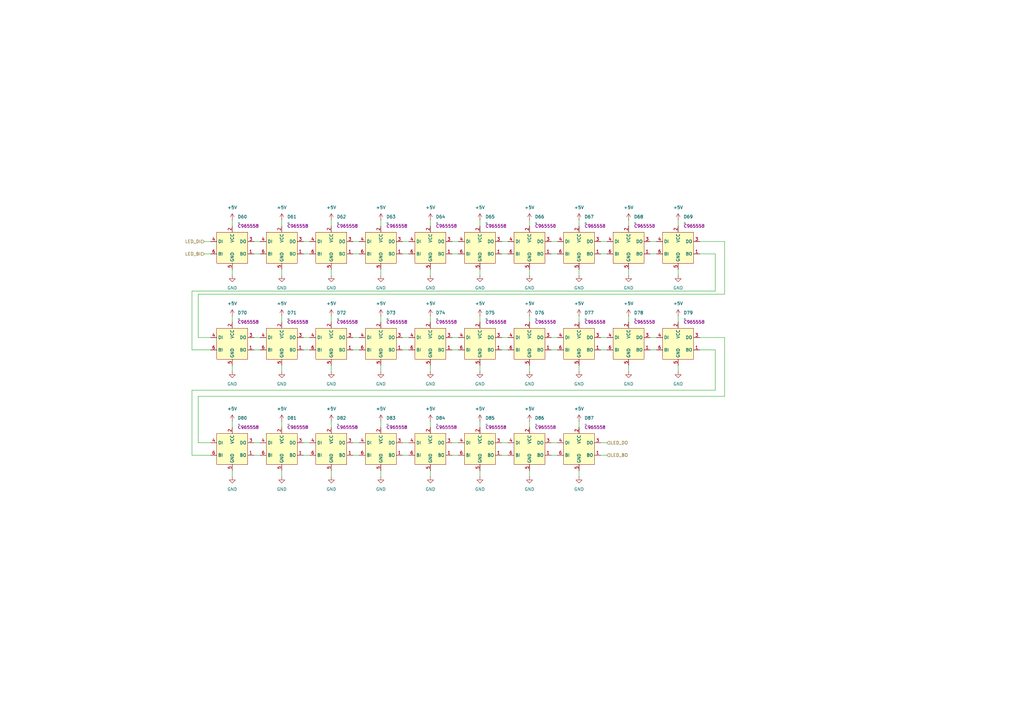
<source format=kicad_sch>
(kicad_sch (version 20231120) (generator "eeschema") (generator_version "8.0")
  (paper "A3")
  (lib_symbols
    (symbol "ProjectSymbols:WS2813B-5V"
      (property "Reference" "D" (at 7.366 9.144 0))
      (property "LCSC" "C965558" (at 0 0 0))
      (symbol "WS2813B-5V_0_0"
        (pin unspecified line (at 8.89 -2.54 180) (length 2.54) (name "BO") (number "1"))
        (pin unspecified line (at 0 8.89 270) (length 2.54) (name "VCC") (number "2"))
        (pin unspecified line (at 8.89 2.54 180) (length 2.54) (name "DO") (number "3"))
        (pin unspecified line (at -8.89 2.54 0) (length 2.54) (name "DI") (number "4"))
        (pin unspecified line (at 0 -8.89 90) (length 2.54) (name "GND") (number "5"))
        (pin unspecified line (at -8.89 -2.54 0) (length 2.54) (name "BI") (number "6"))
      )
      (symbol "WS2813B-5V_1_1"
        (rectangle (start -6.35 6.35) (end 6.35 -6.35) (fill (type background)))
      )
    )
    (symbol "power:+5V" (power) (pin_numbers hide) (pin_names (offset 0) hide)
      (property "Value" "+5V" (at 0 3.556 0))
      (symbol "+5V_0_1"
        (polyline (pts (xy -0.762 1.27) (xy 0 2.54)))
        (polyline (pts (xy 0 0) (xy 0 2.54)))
        (polyline (pts (xy 0 2.54) (xy 0.762 1.27)))
      )
      (symbol "+5V_1_1"
        (pin power_in line (at 0 0 90) (length 0) (name "~") (number "1"))
      )
    )
    (symbol "power:GND" (power) (pin_numbers hide) (pin_names (offset 0) hide)
      (property "Value" "GND" (at 0 -3.81 0))
      (symbol "GND_0_1"
        (polyline (pts (xy 0 0) (xy 0 -1.27) (xy 1.27 -1.27) (xy 0 -2.54) (xy -1.27 -1.27) (xy 0 -1.27)))
      )
      (symbol "GND_1_1"
        (pin power_in line (at 0 0 270) (length 0) (name "~") (number "1"))
      )
    )
  )
  (wire (pts (xy 257.81 110.49) (xy 257.81 113.03)))
  (wire (pts (xy 185.42 181.61) (xy 187.96 181.61)))
  (wire (pts (xy 185.42 138.43) (xy 187.96 138.43)))
  (wire (pts (xy 135.89 90.17) (xy 135.89 92.71)))
  (wire (pts (xy 237.49 149.86) (xy 237.49 152.4)))
  (wire (pts (xy 135.89 110.49) (xy 135.89 113.03)))
  (wire (pts (xy 176.53 129.54) (xy 176.53 132.08)))
  (wire (pts (xy 104.14 143.51) (xy 106.68 143.51)))
  (wire (pts (xy 95.25 110.49) (xy 95.25 113.03)))
  (wire (pts (xy 165.1 138.43) (xy 167.64 138.43)))
  (wire (pts (xy 257.81 90.17) (xy 257.81 92.71)))
  (wire (pts (xy 86.36 186.69) (xy 78.74 186.69)))
  (wire (pts (xy 297.18 162.56) (xy 81.28 162.56)))
  (wire (pts (xy 237.49 193.04) (xy 237.49 195.58)))
  (wire (pts (xy 246.38 186.69) (xy 248.92 186.69)))
  (wire (pts (xy 237.49 110.49) (xy 237.49 113.03)))
  (wire (pts (xy 293.37 143.51) (xy 287.02 143.51)))
  (wire (pts (xy 165.1 186.69) (xy 167.64 186.69)))
  (wire (pts (xy 165.1 143.51) (xy 167.64 143.51)))
  (wire (pts (xy 104.14 181.61) (xy 106.68 181.61)))
  (wire (pts (xy 115.57 193.04) (xy 115.57 195.58)))
  (wire (pts (xy 176.53 110.49) (xy 176.53 113.03)))
  (wire (pts (xy 185.42 104.14) (xy 187.96 104.14)))
  (wire (pts (xy 124.46 104.14) (xy 127 104.14)))
  (wire (pts (xy 104.14 104.14) (xy 106.68 104.14)))
  (wire (pts (xy 144.78 181.61) (xy 147.32 181.61)))
  (wire (pts (xy 95.25 90.17) (xy 95.25 92.71)))
  (wire (pts (xy 124.46 138.43) (xy 127 138.43)))
  (wire (pts (xy 156.21 193.04) (xy 156.21 195.58)))
  (wire (pts (xy 278.13 149.86) (xy 278.13 152.4)))
  (wire (pts (xy 144.78 99.06) (xy 147.32 99.06)))
  (wire (pts (xy 297.18 120.65) (xy 81.28 120.65)))
  (wire (pts (xy 257.81 149.86) (xy 257.81 152.4)))
  (wire (pts (xy 226.06 138.43) (xy 228.6 138.43)))
  (wire (pts (xy 226.06 186.69) (xy 228.6 186.69)))
  (wire (pts (xy 144.78 143.51) (xy 147.32 143.51)))
  (wire (pts (xy 124.46 186.69) (xy 127 186.69)))
  (wire (pts (xy 278.13 90.17) (xy 278.13 92.71)))
  (wire (pts (xy 287.02 138.43) (xy 297.18 138.43)))
  (wire (pts (xy 196.85 172.72) (xy 196.85 175.26)))
  (wire (pts (xy 196.85 90.17) (xy 196.85 92.71)))
  (wire (pts (xy 278.13 110.49) (xy 278.13 113.03)))
  (wire (pts (xy 196.85 149.86) (xy 196.85 152.4)))
  (wire (pts (xy 217.17 193.04) (xy 217.17 195.58)))
  (wire (pts (xy 293.37 119.38) (xy 293.37 104.14)))
  (wire (pts (xy 104.14 138.43) (xy 106.68 138.43)))
  (wire (pts (xy 237.49 172.72) (xy 237.49 175.26)))
  (wire (pts (xy 176.53 149.86) (xy 176.53 152.4)))
  (wire (pts (xy 156.21 90.17) (xy 156.21 92.71)))
  (wire (pts (xy 165.1 181.61) (xy 167.64 181.61)))
  (wire (pts (xy 124.46 181.61) (xy 127 181.61)))
  (wire (pts (xy 217.17 110.49) (xy 217.17 113.03)))
  (wire (pts (xy 156.21 129.54) (xy 156.21 132.08)))
  (wire (pts (xy 205.74 138.43) (xy 208.28 138.43)))
  (wire (pts (xy 217.17 172.72) (xy 217.17 175.26)))
  (wire (pts (xy 257.81 129.54) (xy 257.81 132.08)))
  (wire (pts (xy 115.57 110.49) (xy 115.57 113.03)))
  (wire (pts (xy 176.53 193.04) (xy 176.53 195.58)))
  (wire (pts (xy 115.57 129.54) (xy 115.57 132.08)))
  (wire (pts (xy 144.78 138.43) (xy 147.32 138.43)))
  (wire (pts (xy 144.78 186.69) (xy 147.32 186.69)))
  (wire (pts (xy 246.38 99.06) (xy 248.92 99.06)))
  (wire (pts (xy 176.53 172.72) (xy 176.53 175.26)))
  (wire (pts (xy 86.36 143.51) (xy 78.74 143.51)))
  (wire (pts (xy 266.7 143.51) (xy 269.24 143.51)))
  (wire (pts (xy 278.13 129.54) (xy 278.13 132.08)))
  (wire (pts (xy 135.89 172.72) (xy 135.89 175.26)))
  (wire (pts (xy 297.18 138.43) (xy 297.18 162.56)))
  (wire (pts (xy 217.17 149.86) (xy 217.17 152.4)))
  (wire (pts (xy 226.06 181.61) (xy 228.6 181.61)))
  (wire (pts (xy 144.78 104.14) (xy 147.32 104.14)))
  (wire (pts (xy 287.02 99.06) (xy 297.18 99.06)))
  (wire (pts (xy 297.18 99.06) (xy 297.18 120.65)))
  (wire (pts (xy 83.82 99.06) (xy 86.36 99.06)))
  (wire (pts (xy 95.25 149.86) (xy 95.25 152.4)))
  (wire (pts (xy 185.42 99.06) (xy 187.96 99.06)))
  (wire (pts (xy 81.28 181.61) (xy 86.36 181.61)))
  (wire (pts (xy 115.57 90.17) (xy 115.57 92.71)))
  (wire (pts (xy 78.74 160.02) (xy 293.37 160.02)))
  (wire (pts (xy 104.14 186.69) (xy 106.68 186.69)))
  (wire (pts (xy 124.46 143.51) (xy 127 143.51)))
  (wire (pts (xy 246.38 143.51) (xy 248.92 143.51)))
  (wire (pts (xy 78.74 119.38) (xy 293.37 119.38)))
  (wire (pts (xy 266.7 138.43) (xy 269.24 138.43)))
  (wire (pts (xy 104.14 99.06) (xy 106.68 99.06)))
  (wire (pts (xy 95.25 129.54) (xy 95.25 132.08)))
  (wire (pts (xy 115.57 172.72) (xy 115.57 175.26)))
  (wire (pts (xy 196.85 129.54) (xy 196.85 132.08)))
  (wire (pts (xy 185.42 143.51) (xy 187.96 143.51)))
  (wire (pts (xy 83.82 104.14) (xy 86.36 104.14)))
  (wire (pts (xy 217.17 129.54) (xy 217.17 132.08)))
  (wire (pts (xy 226.06 99.06) (xy 228.6 99.06)))
  (wire (pts (xy 95.25 172.72) (xy 95.25 175.26)))
  (wire (pts (xy 196.85 110.49) (xy 196.85 113.03)))
  (wire (pts (xy 217.17 90.17) (xy 217.17 92.71)))
  (wire (pts (xy 266.7 99.06) (xy 269.24 99.06)))
  (wire (pts (xy 226.06 143.51) (xy 228.6 143.51)))
  (wire (pts (xy 176.53 90.17) (xy 176.53 92.71)))
  (wire (pts (xy 81.28 138.43) (xy 86.36 138.43)))
  (wire (pts (xy 205.74 143.51) (xy 208.28 143.51)))
  (wire (pts (xy 156.21 172.72) (xy 156.21 175.26)))
  (wire (pts (xy 95.25 193.04) (xy 95.25 195.58)))
  (wire (pts (xy 135.89 193.04) (xy 135.89 195.58)))
  (wire (pts (xy 165.1 99.06) (xy 167.64 99.06)))
  (wire (pts (xy 287.02 104.14) (xy 293.37 104.14)))
  (wire (pts (xy 205.74 186.69) (xy 208.28 186.69)))
  (wire (pts (xy 237.49 129.54) (xy 237.49 132.08)))
  (wire (pts (xy 246.38 181.61) (xy 248.92 181.61)))
  (wire (pts (xy 78.74 186.69) (xy 78.74 160.02)))
  (wire (pts (xy 135.89 129.54) (xy 135.89 132.08)))
  (wire (pts (xy 237.49 90.17) (xy 237.49 92.71)))
  (wire (pts (xy 81.28 120.65) (xy 81.28 138.43)))
  (wire (pts (xy 78.74 143.51) (xy 78.74 119.38)))
  (wire (pts (xy 115.57 149.86) (xy 115.57 152.4)))
  (wire (pts (xy 124.46 99.06) (xy 127 99.06)))
  (wire (pts (xy 205.74 104.14) (xy 208.28 104.14)))
  (wire (pts (xy 293.37 160.02) (xy 293.37 143.51)))
  (wire (pts (xy 156.21 110.49) (xy 156.21 113.03)))
  (wire (pts (xy 81.28 162.56) (xy 81.28 181.61)))
  (wire (pts (xy 246.38 138.43) (xy 248.92 138.43)))
  (wire (pts (xy 185.42 186.69) (xy 187.96 186.69)))
  (wire (pts (xy 156.21 149.86) (xy 156.21 152.4)))
  (wire (pts (xy 165.1 104.14) (xy 167.64 104.14)))
  (wire (pts (xy 196.85 193.04) (xy 196.85 195.58)))
  (wire (pts (xy 135.89 149.86) (xy 135.89 152.4)))
  (wire (pts (xy 205.74 181.61) (xy 208.28 181.61)))
  (wire (pts (xy 226.06 104.14) (xy 228.6 104.14)))
  (wire (pts (xy 266.7 104.14) (xy 269.24 104.14)))
  (wire (pts (xy 205.74 99.06) (xy 208.28 99.06)))
  (wire (pts (xy 246.38 104.14) (xy 248.92 104.14)))
  (hierarchical_label "LED_BI" (shape input) (at 83.82 104.14 180))
  (hierarchical_label "LED_DI" (shape input) (at 83.82 99.06 180))
  (hierarchical_label "LED_BO" (shape input) (at 248.92 186.69 0))
  (hierarchical_label "LED_DO" (shape input) (at 248.92 181.61 0))
  (symbol (lib_id "power:GND") (at 95.25 195.58 0) (unit 1)
    (property "Reference" "#PWR0179" (effects (hide yes)))
    (property "Value" "GND" (at 95.25 200.66 0))
    (property "Description" "Power symbol creates a global label with name \"GND\" , ground" (effects (hide yes)))
  )
  (symbol (lib_id "power:GND") (at 156.21 152.4 0) (unit 1)
    (property "Reference" "#PWR0164" (effects (hide yes)))
    (property "Value" "GND" (at 156.21 157.48 0))
    (property "Description" "Power symbol creates a global label with name \"GND\" , ground" (effects (hide yes)))
  )
  (symbol (lib_id "ProjectSymbols:WS2813B-5V") (at 176.53 184.15 0) (unit 1)
    (property "Reference" "D84" (at 178.7241 171.45 0) (effects (justify left)))
    (property "Value" "~" (at 178.7241 173.99 0) (effects (justify left)))
    (property "Footprint" "LED_SMD:LED_WS2812_PLCC6_5.0x5.0mm_P1.6mm" (effects (hide yes)))
    (property "Datasheet" "https://www.lcsc.com/datasheet/lcsc_datasheet_2412041609_Worldsemi-WS2813B-V5_C965558.pdf" (effects (hide yes)))
    (property "LCSC" "C965558" (at 178.7241 175.26 0) (effects (justify left)))
  )
  (symbol (lib_id "power:GND") (at 135.89 152.4 0) (unit 1)
    (property "Reference" "#PWR0163" (effects (hide yes)))
    (property "Value" "GND" (at 135.89 157.48 0))
    (property "Description" "Power symbol creates a global label with name \"GND\" , ground" (effects (hide yes)))
  )
  (symbol (lib_id "ProjectSymbols:WS2813B-5V") (at 176.53 101.6 0) (unit 1)
    (property "Reference" "D64" (at 178.7241 88.9 0) (effects (justify left)))
    (property "Value" "~" (at 178.7241 91.44 0) (effects (justify left)))
    (property "Footprint" "LED_SMD:LED_WS2812_PLCC6_5.0x5.0mm_P1.6mm" (effects (hide yes)))
    (property "Datasheet" "https://www.lcsc.com/datasheet/lcsc_datasheet_2412041609_Worldsemi-WS2813B-V5_C965558.pdf" (effects (hide yes)))
    (property "LCSC" "C965558" (at 178.7241 92.71 0) (effects (justify left)))
  )
  (symbol (lib_id "ProjectSymbols:WS2813B-5V") (at 95.25 140.97 0) (unit 1)
    (property "Reference" "D70" (at 97.4441 128.27 0) (effects (justify left)))
    (property "Value" "~" (at 97.4441 130.81 0) (effects (justify left)))
    (property "Footprint" "LED_SMD:LED_WS2812_PLCC6_5.0x5.0mm_P1.6mm" (effects (hide yes)))
    (property "Datasheet" "https://www.lcsc.com/datasheet/lcsc_datasheet_2412041609_Worldsemi-WS2813B-V5_C965558.pdf" (effects (hide yes)))
    (property "LCSC" "C965558" (at 97.4441 132.08 0) (effects (justify left)))
  )
  (symbol (lib_id "power:+5V") (at 217.17 172.72 0) (unit 1)
    (property "Reference" "#PWR0177" (effects (hide yes)))
    (property "Value" "+5V" (at 217.17 167.64 0))
    (property "Description" "Power symbol creates a global label with name \"+5V\"" (effects (hide yes)))
  )
  (symbol (lib_id "ProjectSymbols:WS2813B-5V") (at 257.81 101.6 0) (unit 1)
    (property "Reference" "D68" (at 260.0041 88.9 0) (effects (justify left)))
    (property "Value" "~" (at 260.0041 91.44 0) (effects (justify left)))
    (property "Footprint" "LED_SMD:LED_WS2812_PLCC6_5.0x5.0mm_P1.6mm" (effects (hide yes)))
    (property "Datasheet" "https://www.lcsc.com/datasheet/lcsc_datasheet_2412041609_Worldsemi-WS2813B-V5_C965558.pdf" (effects (hide yes)))
    (property "LCSC" "C965558" (at 260.0041 92.71 0) (effects (justify left)))
  )
  (symbol (lib_id "ProjectSymbols:WS2813B-5V") (at 278.13 140.97 0) (unit 1)
    (property "Reference" "D79" (at 280.3241 128.27 0) (effects (justify left)))
    (property "Value" "~" (at 280.3241 130.81 0) (effects (justify left)))
    (property "Footprint" "LED_SMD:LED_WS2812_PLCC6_5.0x5.0mm_P1.6mm" (effects (hide yes)))
    (property "Datasheet" "https://www.lcsc.com/datasheet/lcsc_datasheet_2412041609_Worldsemi-WS2813B-V5_C965558.pdf" (effects (hide yes)))
    (property "LCSC" "C965558" (at 280.3241 132.08 0) (effects (justify left)))
  )
  (symbol (lib_id "power:GND") (at 176.53 195.58 0) (unit 1)
    (property "Reference" "#PWR0183" (effects (hide yes)))
    (property "Value" "GND" (at 176.53 200.66 0))
    (property "Description" "Power symbol creates a global label with name \"GND\" , ground" (effects (hide yes)))
  )
  (symbol (lib_id "power:+5V") (at 135.89 129.54 0) (unit 1)
    (property "Reference" "#PWR0153" (effects (hide yes)))
    (property "Value" "+5V" (at 135.89 124.46 0))
    (property "Description" "Power symbol creates a global label with name \"+5V\"" (effects (hide yes)))
  )
  (symbol (lib_id "power:+5V") (at 237.49 172.72 0) (unit 1)
    (property "Reference" "#PWR0178" (effects (hide yes)))
    (property "Value" "+5V" (at 237.49 167.64 0))
    (property "Description" "Power symbol creates a global label with name \"+5V\"" (effects (hide yes)))
  )
  (symbol (lib_id "ProjectSymbols:WS2813B-5V") (at 156.21 184.15 0) (unit 1)
    (property "Reference" "D83" (at 158.4041 171.45 0) (effects (justify left)))
    (property "Value" "~" (at 158.4041 173.99 0) (effects (justify left)))
    (property "Footprint" "LED_SMD:LED_WS2812_PLCC6_5.0x5.0mm_P1.6mm" (effects (hide yes)))
    (property "Datasheet" "https://www.lcsc.com/datasheet/lcsc_datasheet_2412041609_Worldsemi-WS2813B-V5_C965558.pdf" (effects (hide yes)))
    (property "LCSC" "C965558" (at 158.4041 175.26 0) (effects (justify left)))
  )
  (symbol (lib_id "power:+5V") (at 115.57 129.54 0) (unit 1)
    (property "Reference" "#PWR0152" (effects (hide yes)))
    (property "Value" "+5V" (at 115.57 124.46 0))
    (property "Description" "Power symbol creates a global label with name \"+5V\"" (effects (hide yes)))
  )
  (symbol (lib_id "power:+5V") (at 176.53 129.54 0) (unit 1)
    (property "Reference" "#PWR0155" (effects (hide yes)))
    (property "Value" "+5V" (at 176.53 124.46 0))
    (property "Description" "Power symbol creates a global label with name \"+5V\"" (effects (hide yes)))
  )
  (symbol (lib_id "power:+5V") (at 115.57 172.72 0) (unit 1)
    (property "Reference" "#PWR0172" (effects (hide yes)))
    (property "Value" "+5V" (at 115.57 167.64 0))
    (property "Description" "Power symbol creates a global label with name \"+5V\"" (effects (hide yes)))
  )
  (symbol (lib_id "ProjectSymbols:WS2813B-5V") (at 237.49 140.97 0) (unit 1)
    (property "Reference" "D77" (at 239.6841 128.27 0) (effects (justify left)))
    (property "Value" "~" (at 239.6841 130.81 0) (effects (justify left)))
    (property "Footprint" "LED_SMD:LED_WS2812_PLCC6_5.0x5.0mm_P1.6mm" (effects (hide yes)))
    (property "Datasheet" "https://www.lcsc.com/datasheet/lcsc_datasheet_2412041609_Worldsemi-WS2813B-V5_C965558.pdf" (effects (hide yes)))
    (property "LCSC" "C965558" (at 239.6841 132.08 0) (effects (justify left)))
  )
  (symbol (lib_id "power:+5V") (at 135.89 90.17 0) (unit 1)
    (property "Reference" "#PWR0133" (effects (hide yes)))
    (property "Value" "+5V" (at 135.89 85.09 0))
    (property "Description" "Power symbol creates a global label with name \"+5V\"" (effects (hide yes)))
  )
  (symbol (lib_id "power:+5V") (at 237.49 90.17 0) (unit 1)
    (property "Reference" "#PWR0138" (effects (hide yes)))
    (property "Value" "+5V" (at 237.49 85.09 0))
    (property "Description" "Power symbol creates a global label with name \"+5V\"" (effects (hide yes)))
  )
  (symbol (lib_id "power:GND") (at 115.57 113.03 0) (unit 1)
    (property "Reference" "#PWR0142" (effects (hide yes)))
    (property "Value" "GND" (at 115.57 118.11 0))
    (property "Description" "Power symbol creates a global label with name \"GND\" , ground" (effects (hide yes)))
  )
  (symbol (lib_id "power:GND") (at 115.57 195.58 0) (unit 1)
    (property "Reference" "#PWR0180" (effects (hide yes)))
    (property "Value" "GND" (at 115.57 200.66 0))
    (property "Description" "Power symbol creates a global label with name \"GND\" , ground" (effects (hide yes)))
  )
  (symbol (lib_id "power:GND") (at 156.21 113.03 0) (unit 1)
    (property "Reference" "#PWR0144" (effects (hide yes)))
    (property "Value" "GND" (at 156.21 118.11 0))
    (property "Description" "Power symbol creates a global label with name \"GND\" , ground" (effects (hide yes)))
  )
  (symbol (lib_id "power:GND") (at 115.57 152.4 0) (unit 1)
    (property "Reference" "#PWR0162" (effects (hide yes)))
    (property "Value" "GND" (at 115.57 157.48 0))
    (property "Description" "Power symbol creates a global label with name \"GND\" , ground" (effects (hide yes)))
  )
  (symbol (lib_id "power:+5V") (at 95.25 172.72 0) (unit 1)
    (property "Reference" "#PWR0171" (effects (hide yes)))
    (property "Value" "+5V" (at 95.25 167.64 0))
    (property "Description" "Power symbol creates a global label with name \"+5V\"" (effects (hide yes)))
  )
  (symbol (lib_id "ProjectSymbols:WS2813B-5V") (at 115.57 184.15 0) (unit 1)
    (property "Reference" "D81" (at 117.7641 171.45 0) (effects (justify left)))
    (property "Value" "~" (at 117.7641 173.99 0) (effects (justify left)))
    (property "Footprint" "LED_SMD:LED_WS2812_PLCC6_5.0x5.0mm_P1.6mm" (effects (hide yes)))
    (property "Datasheet" "https://www.lcsc.com/datasheet/lcsc_datasheet_2412041609_Worldsemi-WS2813B-V5_C965558.pdf" (effects (hide yes)))
    (property "LCSC" "C965558" (at 117.7641 175.26 0) (effects (justify left)))
  )
  (symbol (lib_id "ProjectSymbols:WS2813B-5V") (at 217.17 140.97 0) (unit 1)
    (property "Reference" "D76" (at 219.3641 128.27 0) (effects (justify left)))
    (property "Value" "~" (at 219.3641 130.81 0) (effects (justify left)))
    (property "Footprint" "LED_SMD:LED_WS2812_PLCC6_5.0x5.0mm_P1.6mm" (effects (hide yes)))
    (property "Datasheet" "https://www.lcsc.com/datasheet/lcsc_datasheet_2412041609_Worldsemi-WS2813B-V5_C965558.pdf" (effects (hide yes)))
    (property "LCSC" "C965558" (at 219.3641 132.08 0) (effects (justify left)))
  )
  (symbol (lib_id "ProjectSymbols:WS2813B-5V") (at 115.57 101.6 0) (unit 1)
    (property "Reference" "D61" (at 117.7641 88.9 0) (effects (justify left)))
    (property "Value" "~" (at 117.7641 91.44 0) (effects (justify left)))
    (property "Footprint" "LED_SMD:LED_WS2812_PLCC6_5.0x5.0mm_P1.6mm" (effects (hide yes)))
    (property "Datasheet" "https://www.lcsc.com/datasheet/lcsc_datasheet_2412041609_Worldsemi-WS2813B-V5_C965558.pdf" (effects (hide yes)))
    (property "LCSC" "C965558" (at 117.7641 92.71 0) (effects (justify left)))
  )
  (symbol (lib_id "ProjectSymbols:WS2813B-5V") (at 156.21 140.97 0) (unit 1)
    (property "Reference" "D73" (at 158.4041 128.27 0) (effects (justify left)))
    (property "Value" "~" (at 158.4041 130.81 0) (effects (justify left)))
    (property "Footprint" "LED_SMD:LED_WS2812_PLCC6_5.0x5.0mm_P1.6mm" (effects (hide yes)))
    (property "Datasheet" "https://www.lcsc.com/datasheet/lcsc_datasheet_2412041609_Worldsemi-WS2813B-V5_C965558.pdf" (effects (hide yes)))
    (property "LCSC" "C965558" (at 158.4041 132.08 0) (effects (justify left)))
  )
  (symbol (lib_id "ProjectSymbols:WS2813B-5V") (at 217.17 101.6 0) (unit 1)
    (property "Reference" "D66" (at 219.3641 88.9 0) (effects (justify left)))
    (property "Value" "~" (at 219.3641 91.44 0) (effects (justify left)))
    (property "Footprint" "LED_SMD:LED_WS2812_PLCC6_5.0x5.0mm_P1.6mm" (effects (hide yes)))
    (property "Datasheet" "https://www.lcsc.com/datasheet/lcsc_datasheet_2412041609_Worldsemi-WS2813B-V5_C965558.pdf" (effects (hide yes)))
    (property "LCSC" "C965558" (at 219.3641 92.71 0) (effects (justify left)))
  )
  (symbol (lib_id "power:+5V") (at 95.25 129.54 0) (unit 1)
    (property "Reference" "#PWR0151" (effects (hide yes)))
    (property "Value" "+5V" (at 95.25 124.46 0))
    (property "Description" "Power symbol creates a global label with name \"+5V\"" (effects (hide yes)))
  )
  (symbol (lib_id "ProjectSymbols:WS2813B-5V") (at 95.25 101.6 0) (unit 1)
    (property "Reference" "D60" (at 97.4441 88.9 0) (effects (justify left)))
    (property "Value" "~" (at 97.4441 91.44 0) (effects (justify left)))
    (property "Footprint" "LED_SMD:LED_WS2812_PLCC6_5.0x5.0mm_P1.6mm" (effects (hide yes)))
    (property "Datasheet" "https://www.lcsc.com/datasheet/lcsc_datasheet_2412041609_Worldsemi-WS2813B-V5_C965558.pdf" (effects (hide yes)))
    (property "LCSC" "C965558" (at 97.4441 92.71 0) (effects (justify left)))
  )
  (symbol (lib_id "power:GND") (at 176.53 113.03 0) (unit 1)
    (property "Reference" "#PWR0145" (effects (hide yes)))
    (property "Value" "GND" (at 176.53 118.11 0))
    (property "Description" "Power symbol creates a global label with name \"GND\" , ground" (effects (hide yes)))
  )
  (symbol (lib_id "power:GND") (at 237.49 152.4 0) (unit 1)
    (property "Reference" "#PWR0168" (effects (hide yes)))
    (property "Value" "GND" (at 237.49 157.48 0))
    (property "Description" "Power symbol creates a global label with name \"GND\" , ground" (effects (hide yes)))
  )
  (symbol (lib_id "ProjectSymbols:WS2813B-5V") (at 196.85 140.97 0) (unit 1)
    (property "Reference" "D75" (at 199.0441 128.27 0) (effects (justify left)))
    (property "Value" "~" (at 199.0441 130.81 0) (effects (justify left)))
    (property "Footprint" "LED_SMD:LED_WS2812_PLCC6_5.0x5.0mm_P1.6mm" (effects (hide yes)))
    (property "Datasheet" "https://www.lcsc.com/datasheet/lcsc_datasheet_2412041609_Worldsemi-WS2813B-V5_C965558.pdf" (effects (hide yes)))
    (property "LCSC" "C965558" (at 199.0441 132.08 0) (effects (justify left)))
  )
  (symbol (lib_id "power:+5V") (at 95.25 90.17 0) (unit 1)
    (property "Reference" "#PWR0117" (effects (hide yes)))
    (property "Value" "+5V" (at 95.25 85.09 0))
    (property "Description" "Power symbol creates a global label with name \"+5V\"" (effects (hide yes)))
  )
  (symbol (lib_id "ProjectSymbols:WS2813B-5V") (at 135.89 101.6 0) (unit 1)
    (property "Reference" "D62" (at 138.0841 88.9 0) (effects (justify left)))
    (property "Value" "~" (at 138.0841 91.44 0) (effects (justify left)))
    (property "Footprint" "LED_SMD:LED_WS2812_PLCC6_5.0x5.0mm_P1.6mm" (effects (hide yes)))
    (property "Datasheet" "https://www.lcsc.com/datasheet/lcsc_datasheet_2412041609_Worldsemi-WS2813B-V5_C965558.pdf" (effects (hide yes)))
    (property "LCSC" "C965558" (at 138.0841 92.71 0) (effects (justify left)))
  )
  (symbol (lib_id "power:+5V") (at 156.21 172.72 0) (unit 1)
    (property "Reference" "#PWR0174" (effects (hide yes)))
    (property "Value" "+5V" (at 156.21 167.64 0))
    (property "Description" "Power symbol creates a global label with name \"+5V\"" (effects (hide yes)))
  )
  (symbol (lib_id "ProjectSymbols:WS2813B-5V") (at 95.25 184.15 0) (unit 1)
    (property "Reference" "D80" (at 97.4441 171.45 0) (effects (justify left)))
    (property "Value" "~" (at 97.4441 173.99 0) (effects (justify left)))
    (property "Footprint" "LED_SMD:LED_WS2812_PLCC6_5.0x5.0mm_P1.6mm" (effects (hide yes)))
    (property "Datasheet" "https://www.lcsc.com/datasheet/lcsc_datasheet_2412041609_Worldsemi-WS2813B-V5_C965558.pdf" (effects (hide yes)))
    (property "LCSC" "C965558" (at 97.4441 175.26 0) (effects (justify left)))
  )
  (symbol (lib_id "power:GND") (at 156.21 195.58 0) (unit 1)
    (property "Reference" "#PWR0182" (effects (hide yes)))
    (property "Value" "GND" (at 156.21 200.66 0))
    (property "Description" "Power symbol creates a global label with name \"GND\" , ground" (effects (hide yes)))
  )
  (symbol (lib_id "power:GND") (at 217.17 152.4 0) (unit 1)
    (property "Reference" "#PWR0167" (effects (hide yes)))
    (property "Value" "GND" (at 217.17 157.48 0))
    (property "Description" "Power symbol creates a global label with name \"GND\" , ground" (effects (hide yes)))
  )
  (symbol (lib_id "power:+5V") (at 156.21 90.17 0) (unit 1)
    (property "Reference" "#PWR0134" (effects (hide yes)))
    (property "Value" "+5V" (at 156.21 85.09 0))
    (property "Description" "Power symbol creates a global label with name \"+5V\"" (effects (hide yes)))
  )
  (symbol (lib_id "power:GND") (at 217.17 195.58 0) (unit 1)
    (property "Reference" "#PWR0185" (effects (hide yes)))
    (property "Value" "GND" (at 217.17 200.66 0))
    (property "Description" "Power symbol creates a global label with name \"GND\" , ground" (effects (hide yes)))
  )
  (symbol (lib_id "ProjectSymbols:WS2813B-5V") (at 237.49 101.6 0) (unit 1)
    (property "Reference" "D67" (at 239.6841 88.9 0) (effects (justify left)))
    (property "Value" "~" (at 239.6841 91.44 0) (effects (justify left)))
    (property "Footprint" "LED_SMD:LED_WS2812_PLCC6_5.0x5.0mm_P1.6mm" (effects (hide yes)))
    (property "Datasheet" "https://www.lcsc.com/datasheet/lcsc_datasheet_2412041609_Worldsemi-WS2813B-V5_C965558.pdf" (effects (hide yes)))
    (property "LCSC" "C965558" (at 239.6841 92.71 0) (effects (justify left)))
  )
  (symbol (lib_id "power:+5V") (at 257.81 90.17 0) (unit 1)
    (property "Reference" "#PWR0139" (effects (hide yes)))
    (property "Value" "+5V" (at 257.81 85.09 0))
    (property "Description" "Power symbol creates a global label with name \"+5V\"" (effects (hide yes)))
  )
  (symbol (lib_id "power:GND") (at 176.53 152.4 0) (unit 1)
    (property "Reference" "#PWR0165" (effects (hide yes)))
    (property "Value" "GND" (at 176.53 157.48 0))
    (property "Description" "Power symbol creates a global label with name \"GND\" , ground" (effects (hide yes)))
  )
  (symbol (lib_id "power:GND") (at 135.89 195.58 0) (unit 1)
    (property "Reference" "#PWR0181" (effects (hide yes)))
    (property "Value" "GND" (at 135.89 200.66 0))
    (property "Description" "Power symbol creates a global label with name \"GND\" , ground" (effects (hide yes)))
  )
  (symbol (lib_id "ProjectSymbols:WS2813B-5V") (at 115.57 140.97 0) (unit 1)
    (property "Reference" "D71" (at 117.7641 128.27 0) (effects (justify left)))
    (property "Value" "~" (at 117.7641 130.81 0) (effects (justify left)))
    (property "Footprint" "LED_SMD:LED_WS2812_PLCC6_5.0x5.0mm_P1.6mm" (effects (hide yes)))
    (property "Datasheet" "https://www.lcsc.com/datasheet/lcsc_datasheet_2412041609_Worldsemi-WS2813B-V5_C965558.pdf" (effects (hide yes)))
    (property "LCSC" "C965558" (at 117.7641 132.08 0) (effects (justify left)))
  )
  (symbol (lib_id "power:+5V") (at 156.21 129.54 0) (unit 1)
    (property "Reference" "#PWR0154" (effects (hide yes)))
    (property "Value" "+5V" (at 156.21 124.46 0))
    (property "Description" "Power symbol creates a global label with name \"+5V\"" (effects (hide yes)))
  )
  (symbol (lib_id "power:GND") (at 237.49 195.58 0) (unit 1)
    (property "Reference" "#PWR0186" (effects (hide yes)))
    (property "Value" "GND" (at 237.49 200.66 0))
    (property "Description" "Power symbol creates a global label with name \"GND\" , ground" (effects (hide yes)))
  )
  (symbol (lib_id "power:+5V") (at 217.17 129.54 0) (unit 1)
    (property "Reference" "#PWR0157" (effects (hide yes)))
    (property "Value" "+5V" (at 217.17 124.46 0))
    (property "Description" "Power symbol creates a global label with name \"+5V\"" (effects (hide yes)))
  )
  (symbol (lib_id "power:GND") (at 217.17 113.03 0) (unit 1)
    (property "Reference" "#PWR0147" (effects (hide yes)))
    (property "Value" "GND" (at 217.17 118.11 0))
    (property "Description" "Power symbol creates a global label with name \"GND\" , ground" (effects (hide yes)))
  )
  (symbol (lib_id "power:GND") (at 237.49 113.03 0) (unit 1)
    (property "Reference" "#PWR0148" (effects (hide yes)))
    (property "Value" "GND" (at 237.49 118.11 0))
    (property "Description" "Power symbol creates a global label with name \"GND\" , ground" (effects (hide yes)))
  )
  (symbol (lib_id "ProjectSymbols:WS2813B-5V") (at 176.53 140.97 0) (unit 1)
    (property "Reference" "D74" (at 178.7241 128.27 0) (effects (justify left)))
    (property "Value" "~" (at 178.7241 130.81 0) (effects (justify left)))
    (property "Footprint" "LED_SMD:LED_WS2812_PLCC6_5.0x5.0mm_P1.6mm" (effects (hide yes)))
    (property "Datasheet" "https://www.lcsc.com/datasheet/lcsc_datasheet_2412041609_Worldsemi-WS2813B-V5_C965558.pdf" (effects (hide yes)))
    (property "LCSC" "C965558" (at 178.7241 132.08 0) (effects (justify left)))
  )
  (symbol (lib_id "ProjectSymbols:WS2813B-5V") (at 135.89 140.97 0) (unit 1)
    (property "Reference" "D72" (at 138.0841 128.27 0) (effects (justify left)))
    (property "Value" "~" (at 138.0841 130.81 0) (effects (justify left)))
    (property "Footprint" "LED_SMD:LED_WS2812_PLCC6_5.0x5.0mm_P1.6mm" (effects (hide yes)))
    (property "Datasheet" "https://www.lcsc.com/datasheet/lcsc_datasheet_2412041609_Worldsemi-WS2813B-V5_C965558.pdf" (effects (hide yes)))
    (property "LCSC" "C965558" (at 138.0841 132.08 0) (effects (justify left)))
  )
  (symbol (lib_id "ProjectSymbols:WS2813B-5V") (at 257.81 140.97 0) (unit 1)
    (property "Reference" "D78" (at 260.0041 128.27 0) (effects (justify left)))
    (property "Value" "~" (at 260.0041 130.81 0) (effects (justify left)))
    (property "Footprint" "LED_SMD:LED_WS2812_PLCC6_5.0x5.0mm_P1.6mm" (effects (hide yes)))
    (property "Datasheet" "https://www.lcsc.com/datasheet/lcsc_datasheet_2412041609_Worldsemi-WS2813B-V5_C965558.pdf" (effects (hide yes)))
    (property "LCSC" "C965558" (at 260.0041 132.08 0) (effects (justify left)))
  )
  (symbol (lib_id "power:GND") (at 278.13 113.03 0) (unit 1)
    (property "Reference" "#PWR0150" (effects (hide yes)))
    (property "Value" "GND" (at 278.13 118.11 0))
    (property "Description" "Power symbol creates a global label with name \"GND\" , ground" (effects (hide yes)))
  )
  (symbol (lib_id "power:GND") (at 135.89 113.03 0) (unit 1)
    (property "Reference" "#PWR0143" (effects (hide yes)))
    (property "Value" "GND" (at 135.89 118.11 0))
    (property "Description" "Power symbol creates a global label with name \"GND\" , ground" (effects (hide yes)))
  )
  (symbol (lib_id "power:GND") (at 196.85 113.03 0) (unit 1)
    (property "Reference" "#PWR0146" (effects (hide yes)))
    (property "Value" "GND" (at 196.85 118.11 0))
    (property "Description" "Power symbol creates a global label with name \"GND\" , ground" (effects (hide yes)))
  )
  (symbol (lib_id "ProjectSymbols:WS2813B-5V") (at 196.85 184.15 0) (unit 1)
    (property "Reference" "D85" (at 199.0441 171.45 0) (effects (justify left)))
    (property "Value" "~" (at 199.0441 173.99 0) (effects (justify left)))
    (property "Footprint" "LED_SMD:LED_WS2812_PLCC6_5.0x5.0mm_P1.6mm" (effects (hide yes)))
    (property "Datasheet" "https://www.lcsc.com/datasheet/lcsc_datasheet_2412041609_Worldsemi-WS2813B-V5_C965558.pdf" (effects (hide yes)))
    (property "LCSC" "C965558" (at 199.0441 175.26 0) (effects (justify left)))
  )
  (symbol (lib_id "power:GND") (at 257.81 113.03 0) (unit 1)
    (property "Reference" "#PWR0149" (effects (hide yes)))
    (property "Value" "GND" (at 257.81 118.11 0))
    (property "Description" "Power symbol creates a global label with name \"GND\" , ground" (effects (hide yes)))
  )
  (symbol (lib_id "ProjectSymbols:WS2813B-5V") (at 135.89 184.15 0) (unit 1)
    (property "Reference" "D82" (at 138.0841 171.45 0) (effects (justify left)))
    (property "Value" "~" (at 138.0841 173.99 0) (effects (justify left)))
    (property "Footprint" "LED_SMD:LED_WS2812_PLCC6_5.0x5.0mm_P1.6mm" (effects (hide yes)))
    (property "Datasheet" "https://www.lcsc.com/datasheet/lcsc_datasheet_2412041609_Worldsemi-WS2813B-V5_C965558.pdf" (effects (hide yes)))
    (property "LCSC" "C965558" (at 138.0841 175.26 0) (effects (justify left)))
  )
  (symbol (lib_id "power:+5V") (at 217.17 90.17 0) (unit 1)
    (property "Reference" "#PWR0137" (effects (hide yes)))
    (property "Value" "+5V" (at 217.17 85.09 0))
    (property "Description" "Power symbol creates a global label with name \"+5V\"" (effects (hide yes)))
  )
  (symbol (lib_id "power:GND") (at 278.13 152.4 0) (unit 1)
    (property "Reference" "#PWR0170" (effects (hide yes)))
    (property "Value" "GND" (at 278.13 157.48 0))
    (property "Description" "Power symbol creates a global label with name \"GND\" , ground" (effects (hide yes)))
  )
  (symbol (lib_id "power:GND") (at 196.85 152.4 0) (unit 1)
    (property "Reference" "#PWR0166" (effects (hide yes)))
    (property "Value" "GND" (at 196.85 157.48 0))
    (property "Description" "Power symbol creates a global label with name \"GND\" , ground" (effects (hide yes)))
  )
  (symbol (lib_id "power:+5V") (at 237.49 129.54 0) (unit 1)
    (property "Reference" "#PWR0158" (effects (hide yes)))
    (property "Value" "+5V" (at 237.49 124.46 0))
    (property "Description" "Power symbol creates a global label with name \"+5V\"" (effects (hide yes)))
  )
  (symbol (lib_id "ProjectSymbols:WS2813B-5V") (at 237.49 184.15 0) (unit 1)
    (property "Reference" "D87" (at 239.6841 171.45 0) (effects (justify left)))
    (property "Value" "~" (at 239.6841 173.99 0) (effects (justify left)))
    (property "Footprint" "LED_SMD:LED_WS2812_PLCC6_5.0x5.0mm_P1.6mm" (effects (hide yes)))
    (property "Datasheet" "https://www.lcsc.com/datasheet/lcsc_datasheet_2412041609_Worldsemi-WS2813B-V5_C965558.pdf" (effects (hide yes)))
    (property "LCSC" "C965558" (at 239.6841 175.26 0) (effects (justify left)))
  )
  (symbol (lib_id "power:+5V") (at 176.53 90.17 0) (unit 1)
    (property "Reference" "#PWR0135" (effects (hide yes)))
    (property "Value" "+5V" (at 176.53 85.09 0))
    (property "Description" "Power symbol creates a global label with name \"+5V\"" (effects (hide yes)))
  )
  (symbol (lib_id "power:+5V") (at 135.89 172.72 0) (unit 1)
    (property "Reference" "#PWR0173" (effects (hide yes)))
    (property "Value" "+5V" (at 135.89 167.64 0))
    (property "Description" "Power symbol creates a global label with name \"+5V\"" (effects (hide yes)))
  )
  (symbol (lib_id "power:+5V") (at 257.81 129.54 0) (unit 1)
    (property "Reference" "#PWR0159" (effects (hide yes)))
    (property "Value" "+5V" (at 257.81 124.46 0))
    (property "Description" "Power symbol creates a global label with name \"+5V\"" (effects (hide yes)))
  )
  (symbol (lib_id "ProjectSymbols:WS2813B-5V") (at 217.17 184.15 0) (unit 1)
    (property "Reference" "D86" (at 219.3641 171.45 0) (effects (justify left)))
    (property "Value" "~" (at 219.3641 173.99 0) (effects (justify left)))
    (property "Footprint" "LED_SMD:LED_WS2812_PLCC6_5.0x5.0mm_P1.6mm" (effects (hide yes)))
    (property "Datasheet" "https://www.lcsc.com/datasheet/lcsc_datasheet_2412041609_Worldsemi-WS2813B-V5_C965558.pdf" (effects (hide yes)))
    (property "LCSC" "C965558" (at 219.3641 175.26 0) (effects (justify left)))
  )
  (symbol (lib_id "ProjectSymbols:WS2813B-5V") (at 196.85 101.6 0) (unit 1)
    (property "Reference" "D65" (at 199.0441 88.9 0) (effects (justify left)))
    (property "Value" "~" (at 199.0441 91.44 0) (effects (justify left)))
    (property "Footprint" "LED_SMD:LED_WS2812_PLCC6_5.0x5.0mm_P1.6mm" (effects (hide yes)))
    (property "Datasheet" "https://www.lcsc.com/datasheet/lcsc_datasheet_2412041609_Worldsemi-WS2813B-V5_C965558.pdf" (effects (hide yes)))
    (property "LCSC" "C965558" (at 199.0441 92.71 0) (effects (justify left)))
  )
  (symbol (lib_id "power:GND") (at 95.25 113.03 0) (unit 1)
    (property "Reference" "#PWR0141" (effects (hide yes)))
    (property "Value" "GND" (at 95.25 118.11 0))
    (property "Description" "Power symbol creates a global label with name \"GND\" , ground" (effects (hide yes)))
  )
  (symbol (lib_id "power:+5V") (at 115.57 90.17 0) (unit 1)
    (property "Reference" "#PWR0132" (effects (hide yes)))
    (property "Value" "+5V" (at 115.57 85.09 0))
    (property "Description" "Power symbol creates a global label with name \"+5V\"" (effects (hide yes)))
  )
  (symbol (lib_id "power:GND") (at 95.25 152.4 0) (unit 1)
    (property "Reference" "#PWR0161" (effects (hide yes)))
    (property "Value" "GND" (at 95.25 157.48 0))
    (property "Description" "Power symbol creates a global label with name \"GND\" , ground" (effects (hide yes)))
  )
  (symbol (lib_id "power:+5V") (at 196.85 129.54 0) (unit 1)
    (property "Reference" "#PWR0156" (effects (hide yes)))
    (property "Value" "+5V" (at 196.85 124.46 0))
    (property "Description" "Power symbol creates a global label with name \"+5V\"" (effects (hide yes)))
  )
  (symbol (lib_id "power:+5V") (at 196.85 172.72 0) (unit 1)
    (property "Reference" "#PWR0176" (effects (hide yes)))
    (property "Value" "+5V" (at 196.85 167.64 0))
    (property "Description" "Power symbol creates a global label with name \"+5V\"" (effects (hide yes)))
  )
  (symbol (lib_id "power:+5V") (at 278.13 90.17 0) (unit 1)
    (property "Reference" "#PWR0140" (effects (hide yes)))
    (property "Value" "+5V" (at 278.13 85.09 0))
    (property "Description" "Power symbol creates a global label with name \"+5V\"" (effects (hide yes)))
  )
  (symbol (lib_id "power:GND") (at 196.85 195.58 0) (unit 1)
    (property "Reference" "#PWR0184" (effects (hide yes)))
    (property "Value" "GND" (at 196.85 200.66 0))
    (property "Description" "Power symbol creates a global label with name \"GND\" , ground" (effects (hide yes)))
  )
  (symbol (lib_id "power:+5V") (at 176.53 172.72 0) (unit 1)
    (property "Reference" "#PWR0175" (effects (hide yes)))
    (property "Value" "+5V" (at 176.53 167.64 0))
    (property "Description" "Power symbol creates a global label with name \"+5V\"" (effects (hide yes)))
  )
  (symbol (lib_id "power:GND") (at 257.81 152.4 0) (unit 1)
    (property "Reference" "#PWR0169" (effects (hide yes)))
    (property "Value" "GND" (at 257.81 157.48 0))
    (property "Description" "Power symbol creates a global label with name \"GND\" , ground" (effects (hide yes)))
  )
  (symbol (lib_id "ProjectSymbols:WS2813B-5V") (at 278.13 101.6 0) (unit 1)
    (property "Reference" "D69" (at 280.3241 88.9 0) (effects (justify left)))
    (property "Value" "~" (at 280.3241 91.44 0) (effects (justify left)))
    (property "Footprint" "LED_SMD:LED_WS2812_PLCC6_5.0x5.0mm_P1.6mm" (effects (hide yes)))
    (property "Datasheet" "https://www.lcsc.com/datasheet/lcsc_datasheet_2412041609_Worldsemi-WS2813B-V5_C965558.pdf" (effects (hide yes)))
    (property "LCSC" "C965558" (at 280.3241 92.71 0) (effects (justify left)))
  )
  (symbol (lib_id "power:+5V") (at 278.13 129.54 0) (unit 1)
    (property "Reference" "#PWR0160" (effects (hide yes)))
    (property "Value" "+5V" (at 278.13 124.46 0))
    (property "Description" "Power symbol creates a global label with name \"+5V\"" (effects (hide yes)))
  )
  (symbol (lib_id "power:+5V") (at 196.85 90.17 0) (unit 1)
    (property "Reference" "#PWR0136" (effects (hide yes)))
    (property "Value" "+5V" (at 196.85 85.09 0))
    (property "Description" "Power symbol creates a global label with name \"+5V\"" (effects (hide yes)))
  )
  (symbol (lib_id "ProjectSymbols:WS2813B-5V") (at 156.21 101.6 0) (unit 1)
    (property "Reference" "D63" (at 158.4041 88.9 0) (effects (justify left)))
    (property "Value" "~" (at 158.4041 91.44 0) (effects (justify left)))
    (property "Footprint" "LED_SMD:LED_WS2812_PLCC6_5.0x5.0mm_P1.6mm" (effects (hide yes)))
    (property "Datasheet" "https://www.lcsc.com/datasheet/lcsc_datasheet_2412041609_Worldsemi-WS2813B-V5_C965558.pdf" (effects (hide yes)))
    (property "LCSC" "C965558" (at 158.4041 92.71 0) (effects (justify left)))
  )
)
</source>
